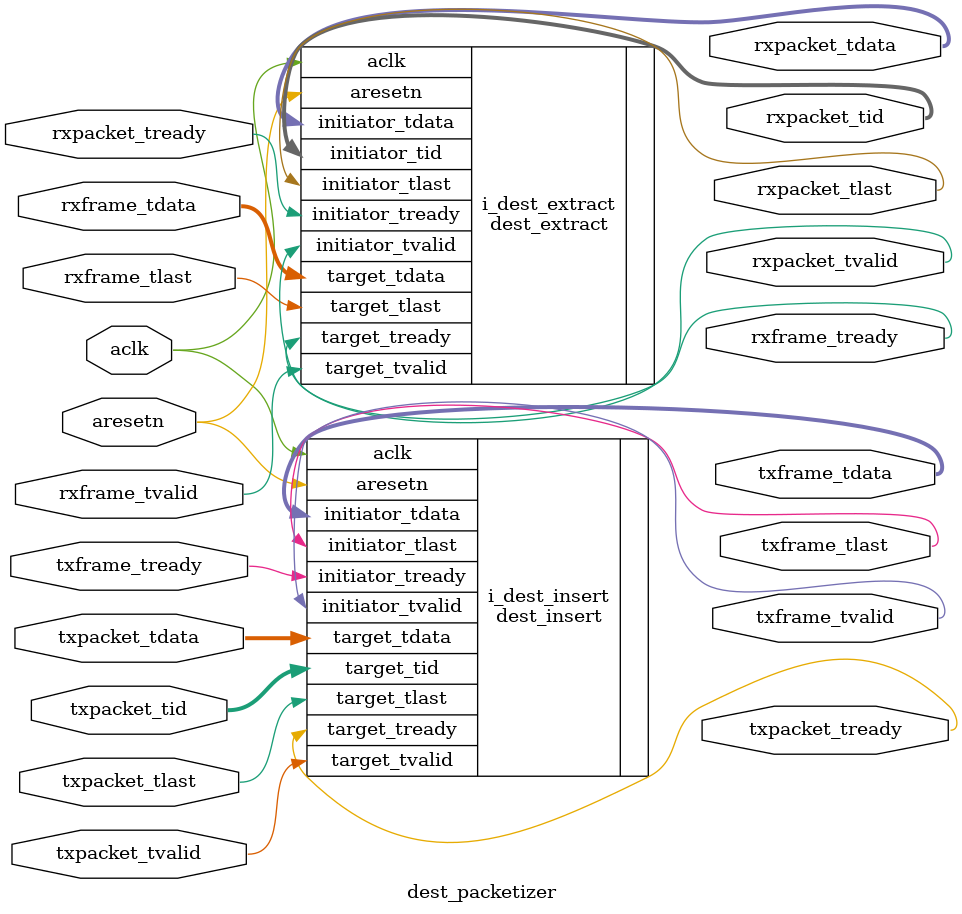
<source format=sv>

module dest_packetizer (
  // Clock and reset
  input  logic       aclk,
  input  logic       aresetn,
  // Axi4-Stream RxFrame interface
  input  logic       rxframe_tvalid,
  output logic       rxframe_tready,
  input  logic       rxframe_tlast,
  input  logic [7:0] rxframe_tdata,
  // Axi4-Stream TxFrame interface
  output logic       txframe_tvalid,
  input  logic       txframe_tready,
  output logic       txframe_tlast,
  output logic [7:0] txframe_tdata,
  // Axi4-Stream RxPacket interface
  output logic       rxpacket_tvalid,
  input  logic       rxpacket_tready,
  output logic       rxpacket_tlast,
  output logic [7:0] rxpacket_tdata,
  output logic [2:0] rxpacket_tid,
  // Axi4-Stream TxPacket interface
  input  logic       txpacket_tvalid,
  output logic       txpacket_tready,
  input  logic       txpacket_tlast,
  input  logic [7:0] txpacket_tdata,
  input  logic [2:0] txpacket_tid
);


  //----------------------------------------------------------------------------
  dest_extract i_dest_extract (
    .aclk             (aclk),
    .aresetn          (aresetn),
    .target_tvalid    (rxframe_tvalid),
    .target_tready    (rxframe_tready),
    .target_tlast     (rxframe_tlast),
    .target_tdata     (rxframe_tdata),
    .initiator_tvalid (rxpacket_tvalid),
    .initiator_tready (rxpacket_tready),
    .initiator_tlast  (rxpacket_tlast),
    .initiator_tdata  (rxpacket_tdata),
    .initiator_tid    (rxpacket_tid)
  );

  dest_insert i_dest_insert (
    .aclk             (aclk),
    .aresetn          (aresetn),
    .target_tvalid    (txpacket_tvalid),
    .target_tready    (txpacket_tready),
    .target_tlast     (txpacket_tlast),
    .target_tdata     (txpacket_tdata),
    .target_tid       (txpacket_tid),
    .initiator_tvalid (txframe_tvalid),
    .initiator_tready (txframe_tready),
    .initiator_tlast  (txframe_tlast),
    .initiator_tdata  (txframe_tdata)
  );

endmodule

</source>
